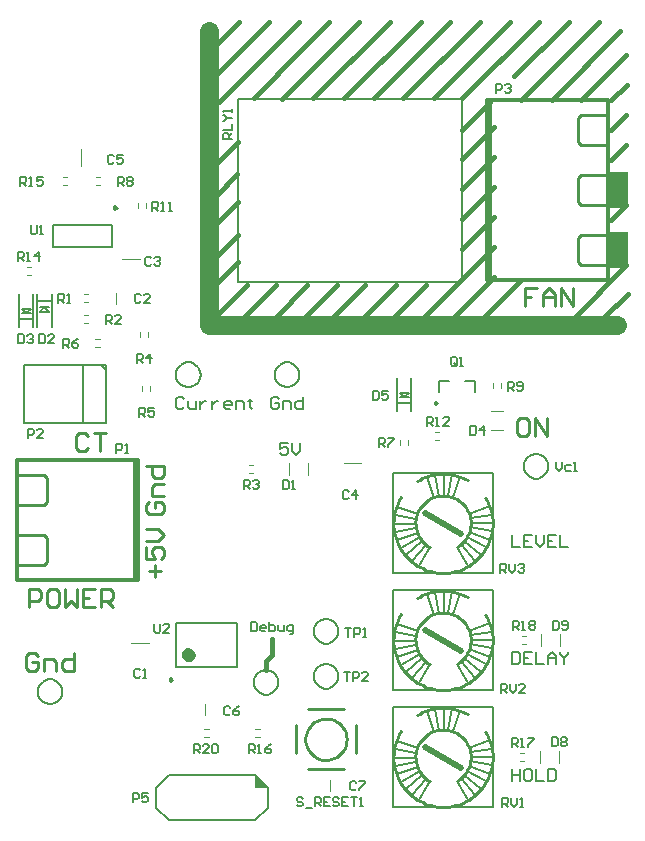
<source format=gto>
G04*
G04 #@! TF.GenerationSoftware,Altium Limited,Altium Designer,21.6.1 (37)*
G04*
G04 Layer_Color=65535*
%FSLAX25Y25*%
%MOIN*%
G70*
G04*
G04 #@! TF.SameCoordinates,52293247-6156-4BB5-AEA0-72ABDA420298*
G04*
G04*
G04 #@! TF.FilePolarity,Positive*
G04*
G01*
G75*
%ADD10C,0.01000*%
%ADD11C,0.00800*%
%ADD12C,0.02362*%
%ADD13C,0.00984*%
%ADD14C,0.02000*%
%ADD15C,0.00500*%
%ADD16C,0.00394*%
%ADD17C,0.01500*%
%ADD18C,0.00787*%
%ADD19C,0.01200*%
%ADD20C,0.06299*%
%ADD21C,0.00600*%
%ADD22R,0.07102X0.12000*%
G36*
X209504Y137780D02*
X205303D01*
Y141980D01*
X209504Y137780D01*
D02*
G37*
D10*
X253881Y195607D02*
X253387Y194737D01*
X252945Y193840D01*
X252559Y192917D01*
X252230Y191973D01*
X251958Y191010D01*
X251745Y190033D01*
X251591Y189045D01*
X251498Y188049D01*
X251465Y187049D01*
X251492Y186049D01*
X251580Y185053D01*
X251727Y184064D01*
X251935Y183086D01*
X252201Y182121D01*
X252524Y181175D01*
X252905Y180250D01*
X253341Y179350D01*
X253830Y178478D01*
X254371Y177637D01*
X254962Y176830D01*
X255601Y176060D01*
X256285Y175330D01*
X257012Y174644D01*
X257779Y174002D01*
X258584Y173408D01*
X259423Y172863D01*
X260293Y172370D01*
X261192Y171931D01*
X262115Y171547D01*
X263060Y171220D01*
X264023Y170950D01*
X265001Y170739D01*
X265990Y170587D01*
X266986Y170496D01*
X267985Y170465D01*
X268985Y170494D01*
X269981Y170584D01*
X270970Y170733D01*
X271948Y170943D01*
X272912Y171211D01*
X273857Y171537D01*
X274781Y171919D01*
X275681Y172357D01*
X276552Y172848D01*
X277392Y173391D01*
X278198Y173984D01*
X278966Y174624D01*
X279694Y175309D01*
X280379Y176038D01*
X281019Y176806D01*
X281612Y177612D01*
X282155Y178452D01*
X282646Y179324D01*
X283083Y180223D01*
X283465Y181147D01*
X283790Y182093D01*
X284058Y183057D01*
X284267Y184035D01*
X284417Y185024D01*
X284506Y186020D01*
X284535Y187020D01*
X284504Y188019D01*
X284412Y189015D01*
X284260Y190004D01*
X284049Y190981D01*
X283779Y191944D01*
X283451Y192889D01*
X283067Y193813D01*
X282627Y194711D01*
X282134Y195581D01*
X272742Y179167D02*
X273573Y179731D01*
X274337Y180382D01*
X275026Y181112D01*
X275631Y181912D01*
X276145Y182774D01*
X276563Y183687D01*
X276878Y184640D01*
X277088Y185621D01*
X277190Y186620D01*
X277182Y187624D01*
X277065Y188620D01*
X276840Y189599D01*
X276510Y190547D01*
X276079Y191453D01*
X275551Y192307D01*
X274934Y193098D01*
X274234Y193817D01*
X273460Y194456D01*
X272620Y195007D01*
X271726Y195463D01*
X270788Y195819D01*
X269816Y196070D01*
X268823Y196214D01*
X267819Y196249D01*
X266819Y196175D01*
X265832Y195992D01*
X264871Y195703D01*
X263947Y195310D01*
X263071Y194819D01*
X262254Y194236D01*
X261506Y193568D01*
X260835Y192821D01*
X260248Y192007D01*
X259755Y191133D01*
X259359Y190210D01*
X259067Y189250D01*
X258880Y188264D01*
X258802Y187263D01*
X258834Y186260D01*
X258975Y185266D01*
X259223Y184293D01*
X259576Y183354D01*
X260029Y182458D01*
X260576Y181617D01*
X261212Y180841D01*
X261929Y180138D01*
X262719Y179518D01*
X263571Y178988D01*
X276276Y201259D02*
X275411Y201728D01*
X274519Y202145D01*
X273604Y202507D01*
X272669Y202815D01*
X271717Y203066D01*
X270752Y203260D01*
X269777Y203396D01*
X268796Y203474D01*
X267811Y203494D01*
X266828Y203455D01*
X265848Y203358D01*
X264877Y203202D01*
X263915Y202989D01*
X262969Y202719D01*
X262040Y202394D01*
X261132Y202013D01*
X260248Y201579D01*
X259392Y201094D01*
X253881Y234607D02*
X253387Y233737D01*
X252945Y232840D01*
X252559Y231917D01*
X252230Y230973D01*
X251958Y230010D01*
X251745Y229033D01*
X251591Y228045D01*
X251498Y227049D01*
X251465Y226049D01*
X251492Y225049D01*
X251580Y224053D01*
X251727Y223064D01*
X251935Y222085D01*
X252201Y221121D01*
X252524Y220175D01*
X252905Y219250D01*
X253341Y218350D01*
X253830Y217478D01*
X254371Y216636D01*
X254962Y215830D01*
X255601Y215060D01*
X256285Y214330D01*
X257012Y213643D01*
X257779Y213002D01*
X258584Y212408D01*
X259423Y211863D01*
X260293Y211370D01*
X261192Y210931D01*
X262115Y210547D01*
X263060Y210220D01*
X264023Y209950D01*
X265001Y209739D01*
X265990Y209587D01*
X266986Y209496D01*
X267985Y209465D01*
X268985Y209494D01*
X269981Y209584D01*
X270970Y209734D01*
X271948Y209943D01*
X272912Y210211D01*
X273857Y210537D01*
X274781Y210919D01*
X275681Y211357D01*
X276552Y211848D01*
X277392Y212391D01*
X278198Y212983D01*
X278966Y213624D01*
X279694Y214309D01*
X280379Y215038D01*
X281019Y215806D01*
X281612Y216612D01*
X282155Y217452D01*
X282646Y218324D01*
X283083Y219223D01*
X283465Y220147D01*
X283791Y221093D01*
X284058Y222057D01*
X284267Y223035D01*
X284417Y224024D01*
X284506Y225020D01*
X284535Y226020D01*
X284504Y227019D01*
X284412Y228015D01*
X284260Y229004D01*
X284049Y229981D01*
X283779Y230944D01*
X283451Y231889D01*
X283067Y232813D01*
X282627Y233711D01*
X282134Y234581D01*
X272742Y218167D02*
X273573Y218731D01*
X274337Y219382D01*
X275026Y220112D01*
X275631Y220912D01*
X276145Y221774D01*
X276563Y222687D01*
X276878Y223640D01*
X277088Y224621D01*
X277190Y225620D01*
X277182Y226624D01*
X277065Y227621D01*
X276840Y228599D01*
X276510Y229547D01*
X276079Y230453D01*
X275551Y231307D01*
X274934Y232098D01*
X274234Y232817D01*
X273460Y233456D01*
X272620Y234007D01*
X271726Y234463D01*
X270788Y234819D01*
X269816Y235070D01*
X268823Y235214D01*
X267819Y235249D01*
X266819Y235175D01*
X265832Y234992D01*
X264871Y234703D01*
X263947Y234310D01*
X263071Y233820D01*
X262254Y233236D01*
X261506Y232568D01*
X260835Y231821D01*
X260248Y231007D01*
X259755Y230133D01*
X259359Y229210D01*
X259067Y228250D01*
X258880Y227264D01*
X258802Y226263D01*
X258834Y225260D01*
X258975Y224266D01*
X259223Y223293D01*
X259576Y222354D01*
X260029Y221458D01*
X260576Y220617D01*
X261213Y219841D01*
X261929Y219138D01*
X262719Y218518D01*
X263571Y217988D01*
X276276Y240259D02*
X275411Y240728D01*
X274519Y241144D01*
X273604Y241507D01*
X272669Y241814D01*
X271717Y242066D01*
X270752Y242260D01*
X269777Y242396D01*
X268796Y242475D01*
X267811Y242494D01*
X266828Y242455D01*
X265848Y242358D01*
X264877Y242202D01*
X263915Y241989D01*
X262969Y241719D01*
X262040Y241394D01*
X261132Y241013D01*
X260248Y240579D01*
X259392Y240094D01*
X253881Y156607D02*
X253387Y155737D01*
X252945Y154840D01*
X252559Y153917D01*
X252230Y152973D01*
X251958Y152010D01*
X251745Y151033D01*
X251591Y150045D01*
X251498Y149049D01*
X251465Y148049D01*
X251492Y147049D01*
X251580Y146053D01*
X251727Y145064D01*
X251935Y144086D01*
X252201Y143121D01*
X252524Y142175D01*
X252905Y141250D01*
X253341Y140350D01*
X253830Y139478D01*
X254371Y138637D01*
X254962Y137830D01*
X255601Y137060D01*
X256285Y136330D01*
X257012Y135643D01*
X257779Y135002D01*
X258584Y134408D01*
X259423Y133863D01*
X260293Y133370D01*
X261192Y132931D01*
X262115Y132547D01*
X263060Y132220D01*
X264023Y131950D01*
X265001Y131739D01*
X265990Y131587D01*
X266986Y131496D01*
X267985Y131465D01*
X268985Y131494D01*
X269981Y131584D01*
X270970Y131734D01*
X271948Y131943D01*
X272912Y132211D01*
X273857Y132537D01*
X274781Y132919D01*
X275681Y133357D01*
X276552Y133848D01*
X277392Y134391D01*
X278198Y134984D01*
X278966Y135624D01*
X279694Y136309D01*
X280379Y137038D01*
X281019Y137806D01*
X281612Y138612D01*
X282155Y139452D01*
X282646Y140324D01*
X283083Y141223D01*
X283465Y142147D01*
X283791Y143093D01*
X284058Y144057D01*
X284267Y145035D01*
X284417Y146024D01*
X284506Y147020D01*
X284535Y148020D01*
X284504Y149019D01*
X284412Y150015D01*
X284260Y151004D01*
X284049Y151981D01*
X283779Y152944D01*
X283451Y153889D01*
X283067Y154813D01*
X282627Y155711D01*
X282134Y156581D01*
X272742Y140167D02*
X273573Y140731D01*
X274337Y141382D01*
X275026Y142112D01*
X275631Y142912D01*
X276145Y143774D01*
X276563Y144687D01*
X276878Y145640D01*
X277088Y146621D01*
X277190Y147620D01*
X277182Y148624D01*
X277065Y149620D01*
X276840Y150599D01*
X276510Y151547D01*
X276079Y152453D01*
X275551Y153307D01*
X274934Y154098D01*
X274234Y154817D01*
X273460Y155456D01*
X272620Y156007D01*
X271726Y156463D01*
X270788Y156819D01*
X269816Y157070D01*
X268823Y157214D01*
X267819Y157249D01*
X266819Y157175D01*
X265832Y156992D01*
X264871Y156703D01*
X263947Y156310D01*
X263071Y155819D01*
X262254Y155236D01*
X261506Y154568D01*
X260835Y153821D01*
X260248Y153006D01*
X259755Y152133D01*
X259359Y151210D01*
X259067Y150250D01*
X258880Y149264D01*
X258802Y148263D01*
X258834Y147260D01*
X258975Y146266D01*
X259223Y145293D01*
X259576Y144354D01*
X260029Y143458D01*
X260576Y142617D01*
X261213Y141841D01*
X261929Y141138D01*
X262719Y140518D01*
X263571Y139988D01*
X276276Y162259D02*
X275411Y162728D01*
X274519Y163145D01*
X273604Y163507D01*
X272669Y163814D01*
X271717Y164066D01*
X270752Y164260D01*
X269777Y164396D01*
X268796Y164474D01*
X267811Y164494D01*
X266828Y164455D01*
X265848Y164358D01*
X264877Y164202D01*
X263915Y163989D01*
X262969Y163719D01*
X262040Y163394D01*
X261132Y163013D01*
X260248Y162579D01*
X259392Y162094D01*
X235890Y154000D02*
X235816Y155003D01*
X235598Y155985D01*
X235238Y156924D01*
X234746Y157801D01*
X234131Y158598D01*
X233407Y159296D01*
X232589Y159881D01*
X231695Y160341D01*
X230743Y160666D01*
X229753Y160848D01*
X228748Y160885D01*
X227749Y160775D01*
X226775Y160521D01*
X225850Y160127D01*
X224991Y159603D01*
X224218Y158960D01*
X223547Y158211D01*
X222992Y157372D01*
X222565Y156461D01*
X222275Y155498D01*
X222129Y154503D01*
Y153497D01*
X222275Y152502D01*
X222565Y151539D01*
X222992Y150628D01*
X223547Y149789D01*
X224218Y149040D01*
X224991Y148397D01*
X225850Y147873D01*
X226775Y147479D01*
X227749Y147225D01*
X228748Y147115D01*
X229754Y147152D01*
X230743Y147334D01*
X231695Y147659D01*
X232589Y148119D01*
X233407Y148704D01*
X234131Y149402D01*
X234746Y150198D01*
X235238Y151076D01*
X235598Y152015D01*
X235816Y152997D01*
X235890Y154000D01*
X314000Y362000D02*
X322898D01*
X313000Y361000D02*
X314000Y362000D01*
X313000Y353000D02*
Y361000D01*
Y353000D02*
X314000Y352000D01*
X323000D01*
X314000Y342000D02*
X322898D01*
X313000Y341000D02*
X314000Y342000D01*
X313000Y333000D02*
Y341000D01*
Y333000D02*
X314000Y332000D01*
X323000D01*
X314000Y312000D02*
X323000D01*
X313000Y313000D02*
X314000Y312000D01*
X313000Y313000D02*
Y321000D01*
X314000Y322000D01*
X322898D01*
X126055Y232000D02*
X134953D01*
X135953Y233000D01*
Y241000D01*
X134953Y242000D02*
X135953Y241000D01*
X125953Y242000D02*
X134953D01*
X125953Y222000D02*
X134953D01*
X135953Y221000D01*
Y213000D02*
Y221000D01*
X134953Y212000D02*
X135953Y213000D01*
X126055Y212000D02*
X134953D01*
X223095Y143961D02*
X234906D01*
X239039Y149276D02*
Y158724D01*
X218961Y149276D02*
Y158724D01*
X223095Y164039D02*
X234906D01*
X295612Y260998D02*
X293612D01*
X292613Y259998D01*
Y256000D01*
X293612Y255000D01*
X295612D01*
X296611Y256000D01*
Y259998D01*
X295612Y260998D01*
X298611Y255000D02*
Y260998D01*
X302609Y255000D01*
Y260998D01*
X172001Y208000D02*
Y211999D01*
X170002Y209999D02*
X174000D01*
X169002Y217997D02*
Y213998D01*
X172001D01*
X171001Y215997D01*
Y216997D01*
X172001Y217997D01*
X174000D01*
X175000Y216997D01*
Y214998D01*
X174000Y213998D01*
X169002Y219996D02*
X173001D01*
X175000Y221995D01*
X173001Y223995D01*
X169002D01*
X170002Y232999D02*
X169002Y231999D01*
Y230000D01*
X170002Y229000D01*
X174000D01*
X175000Y230000D01*
Y231999D01*
X174000Y232999D01*
X172001D01*
Y230999D01*
X175000Y234998D02*
X171001D01*
Y237997D01*
X172001Y238997D01*
X175000D01*
X169002Y244995D02*
X175000D01*
Y241996D01*
X174000Y240996D01*
X172001D01*
X171001Y241996D01*
Y244995D01*
X299386Y304498D02*
X295387D01*
Y301499D01*
X297387D01*
X295387D01*
Y298500D01*
X301385D02*
Y302499D01*
X303385Y304498D01*
X305384Y302499D01*
Y298500D01*
Y301499D01*
X301385D01*
X307383Y298500D02*
Y304498D01*
X311382Y298500D01*
Y304498D01*
X130000Y198000D02*
Y203998D01*
X132999D01*
X133999Y202998D01*
Y200999D01*
X132999Y199999D01*
X130000D01*
X138997Y203998D02*
X136998D01*
X135998Y202998D01*
Y199000D01*
X136998Y198000D01*
X138997D01*
X139997Y199000D01*
Y202998D01*
X138997Y203998D01*
X141996D02*
Y198000D01*
X143995Y199999D01*
X145995Y198000D01*
Y203998D01*
X151993D02*
X147994D01*
Y198000D01*
X151993D01*
X147994Y200999D02*
X149994D01*
X153992Y198000D02*
Y203998D01*
X156991D01*
X157991Y202998D01*
Y200999D01*
X156991Y199999D01*
X153992D01*
X155992D02*
X157991Y198000D01*
X149676Y255046D02*
X148676Y256045D01*
X146677D01*
X145677Y255046D01*
Y251047D01*
X146677Y250047D01*
X148676D01*
X149676Y251047D01*
X151675Y256045D02*
X155674D01*
X153674D01*
Y250047D01*
X133001Y181831D02*
X132002Y182831D01*
X130002D01*
X129003Y181831D01*
Y177832D01*
X130002Y176832D01*
X132002D01*
X133001Y177832D01*
Y179832D01*
X131002D01*
X135001Y176832D02*
Y180831D01*
X138000D01*
X138999Y179832D01*
Y176832D01*
X144997Y182831D02*
Y176832D01*
X141998D01*
X140999Y177832D01*
Y179832D01*
X141998Y180831D01*
X144997D01*
D11*
X233134Y175000D02*
X233014Y175989D01*
X232660Y176921D01*
X232094Y177741D01*
X231348Y178402D01*
X230466Y178865D01*
X229498Y179104D01*
X228502D01*
X227534Y178865D01*
X226652Y178402D01*
X225906Y177741D01*
X225340Y176921D01*
X224986Y175989D01*
X224866Y175000D01*
X224986Y174011D01*
X225340Y173079D01*
X225906Y172259D01*
X226652Y171598D01*
X227534Y171135D01*
X228502Y170896D01*
X229498D01*
X230466Y171135D01*
X231348Y171598D01*
X232094Y172259D01*
X232660Y173079D01*
X233014Y174011D01*
X233134Y175000D01*
Y190000D02*
X233014Y190989D01*
X232660Y191921D01*
X232094Y192741D01*
X231348Y193402D01*
X230466Y193865D01*
X229498Y194104D01*
X228502D01*
X227534Y193865D01*
X226652Y193402D01*
X225906Y192741D01*
X225340Y191921D01*
X224986Y190989D01*
X224866Y190000D01*
X224986Y189011D01*
X225340Y188079D01*
X225906Y187259D01*
X226652Y186598D01*
X227534Y186135D01*
X228502Y185896D01*
X229498D01*
X230466Y186135D01*
X231348Y186598D01*
X232094Y187259D01*
X232660Y188079D01*
X233014Y189011D01*
X233134Y190000D01*
X187280Y275500D02*
X187160Y276489D01*
X186806Y277421D01*
X186240Y278241D01*
X185494Y278902D01*
X184612Y279365D01*
X183644Y279604D01*
X182648D01*
X181680Y279365D01*
X180798Y278902D01*
X180052Y278241D01*
X179485Y277421D01*
X179132Y276489D01*
X179012Y275500D01*
X179132Y274511D01*
X179485Y273579D01*
X180052Y272759D01*
X180798Y272098D01*
X181680Y271635D01*
X182648Y271396D01*
X183644D01*
X184612Y271635D01*
X185494Y272098D01*
X186240Y272759D01*
X186806Y273579D01*
X187160Y274511D01*
X187280Y275500D01*
X303134Y245000D02*
X303014Y245989D01*
X302660Y246921D01*
X302094Y247741D01*
X301348Y248402D01*
X300466Y248865D01*
X299498Y249104D01*
X298502D01*
X297534Y248865D01*
X296652Y248402D01*
X295906Y247741D01*
X295340Y246921D01*
X294986Y245989D01*
X294866Y245000D01*
X294986Y244011D01*
X295340Y243079D01*
X295906Y242259D01*
X296652Y241598D01*
X297534Y241135D01*
X298502Y240896D01*
X299498D01*
X300466Y241135D01*
X301348Y241598D01*
X302094Y242259D01*
X302660Y243079D01*
X303014Y244011D01*
X303134Y245000D01*
X213134Y173000D02*
X213014Y173989D01*
X212660Y174921D01*
X212094Y175741D01*
X211348Y176402D01*
X210466Y176865D01*
X209498Y177104D01*
X208502D01*
X207534Y176865D01*
X206652Y176402D01*
X205906Y175741D01*
X205340Y174921D01*
X204986Y173989D01*
X204866Y173000D01*
X204986Y172011D01*
X205340Y171079D01*
X205906Y170259D01*
X206652Y169598D01*
X207534Y169135D01*
X208502Y168896D01*
X209498D01*
X210466Y169135D01*
X211348Y169598D01*
X212094Y170259D01*
X212660Y171079D01*
X213014Y172011D01*
X213134Y173000D01*
X141134Y169832D02*
X141014Y170821D01*
X140660Y171753D01*
X140094Y172573D01*
X139348Y173234D01*
X138466Y173697D01*
X137498Y173935D01*
X136502D01*
X135534Y173697D01*
X134652Y173234D01*
X133906Y172573D01*
X133340Y171753D01*
X132986Y170821D01*
X132866Y169832D01*
X132986Y168842D01*
X133340Y167910D01*
X133906Y167090D01*
X134652Y166429D01*
X135534Y165966D01*
X136502Y165728D01*
X137498D01*
X138466Y165966D01*
X139348Y166429D01*
X140094Y167090D01*
X140660Y167910D01*
X141014Y168842D01*
X141134Y169832D01*
X220134Y275500D02*
X220014Y276489D01*
X219660Y277421D01*
X219094Y278241D01*
X218348Y278902D01*
X217466Y279365D01*
X216498Y279604D01*
X215502D01*
X214534Y279365D01*
X213652Y278902D01*
X212906Y278241D01*
X212340Y277421D01*
X211986Y276489D01*
X211866Y275500D01*
X211986Y274511D01*
X212340Y273579D01*
X212906Y272759D01*
X213652Y272098D01*
X214534Y271635D01*
X215502Y271396D01*
X216498D01*
X217466Y271635D01*
X218348Y272098D01*
X219094Y272759D01*
X219660Y273579D01*
X220014Y274511D01*
X220134Y275500D01*
X216466Y252799D02*
X213800D01*
Y250799D01*
X215133Y251466D01*
X215799D01*
X216466Y250799D01*
Y249466D01*
X215799Y248800D01*
X214466D01*
X213800Y249466D01*
X217799Y252799D02*
Y250133D01*
X219132Y248800D01*
X220464Y250133D01*
Y252799D01*
X290970Y222183D02*
Y218184D01*
X293636D01*
X297635Y222183D02*
X294969D01*
Y218184D01*
X297635D01*
X294969Y220184D02*
X296302D01*
X298968Y222183D02*
Y219517D01*
X300300Y218184D01*
X301633Y219517D01*
Y222183D01*
X305632D02*
X302966D01*
Y218184D01*
X305632D01*
X302966Y220184D02*
X304299D01*
X306965Y222183D02*
Y218184D01*
X309631D01*
X290970Y183183D02*
Y179184D01*
X292969D01*
X293636Y179851D01*
Y182517D01*
X292969Y183183D01*
X290970D01*
X297635D02*
X294969D01*
Y179184D01*
X297635D01*
X294969Y181184D02*
X296302D01*
X298968Y183183D02*
Y179184D01*
X301633D01*
X302966D02*
Y181850D01*
X304299Y183183D01*
X305632Y181850D01*
Y179184D01*
Y181184D01*
X302966D01*
X306965Y183183D02*
Y182517D01*
X308298Y181184D01*
X309631Y182517D01*
Y183183D01*
X308298Y181184D02*
Y179184D01*
X290970Y144183D02*
Y140184D01*
Y142184D01*
X293636D01*
Y144183D01*
Y140184D01*
X296968Y144183D02*
X295635D01*
X294969Y143517D01*
Y140851D01*
X295635Y140184D01*
X296968D01*
X297635Y140851D01*
Y143517D01*
X296968Y144183D01*
X298968D02*
Y140184D01*
X301633D01*
X302966Y144183D02*
Y140184D01*
X304966D01*
X305632Y140851D01*
Y143517D01*
X304966Y144183D01*
X302966D01*
X181535Y267443D02*
X180869Y268109D01*
X179536D01*
X178870Y267443D01*
Y264777D01*
X179536Y264110D01*
X180869D01*
X181535Y264777D01*
X182868Y266776D02*
Y264777D01*
X183535Y264110D01*
X185534D01*
Y266776D01*
X186867D02*
Y264110D01*
Y265443D01*
X187534Y266110D01*
X188200Y266776D01*
X188866D01*
X190866D02*
Y264110D01*
Y265443D01*
X191532Y266110D01*
X192199Y266776D01*
X192865D01*
X196864Y264110D02*
X195531D01*
X194865Y264777D01*
Y266110D01*
X195531Y266776D01*
X196864D01*
X197530Y266110D01*
Y265443D01*
X194865D01*
X198863Y264110D02*
Y266776D01*
X200863D01*
X201529Y266110D01*
Y264110D01*
X203528Y267443D02*
Y266776D01*
X202862D01*
X204195D01*
X203528D01*
Y264777D01*
X204195Y264110D01*
X213334Y267447D02*
X212668Y268113D01*
X211335D01*
X210668Y267447D01*
Y264781D01*
X211335Y264115D01*
X212668D01*
X213334Y264781D01*
Y266114D01*
X212001D01*
X214667Y264115D02*
Y266781D01*
X216666D01*
X217333Y266114D01*
Y264115D01*
X221332Y268113D02*
Y264115D01*
X219332D01*
X218666Y264781D01*
Y266114D01*
X219332Y266781D01*
X221332D01*
D12*
X184244Y182106D02*
X183799Y183030D01*
X182800Y183258D01*
X181999Y182619D01*
Y181594D01*
X182800Y180955D01*
X183799Y181183D01*
X184244Y182106D01*
D13*
X177650Y173839D02*
X176911Y174265D01*
Y173412D01*
X177650Y173839D01*
X159208Y331161D02*
X158470Y331588D01*
Y330735D01*
X159208Y331161D01*
X266105Y266114D02*
X265367Y266540D01*
Y265688D01*
X266105Y266114D01*
D14*
X262000Y190500D02*
X274000Y183500D01*
X262000Y229500D02*
X274000Y222500D01*
X262000Y151500D02*
X274000Y144500D01*
D15*
X284732Y170268D02*
Y203732D01*
X251268Y170268D02*
X284732D01*
X251268D02*
Y203732D01*
X284732D01*
X277449Y187000D02*
X284732D01*
Y187197D01*
X277111Y188607D02*
X284284Y189871D01*
X276694Y190164D02*
X283538Y192655D01*
X271164Y195694D02*
X273656Y202538D01*
X269607Y196111D02*
X270871Y203284D01*
X268197Y196252D02*
Y203535D01*
X265325Y203087D02*
X266590Y195915D01*
X262541Y202341D02*
X265033Y195497D01*
X252659Y192459D02*
X259503Y189968D01*
X251913Y189674D02*
X259085Y188410D01*
X251661Y186803D02*
X258945Y186803D01*
X251913Y184129D02*
X259085Y185393D01*
X252659Y181345D02*
X259503Y183836D01*
X253877Y178732D02*
X260184Y182374D01*
X255530Y176371D02*
X261109Y181053D01*
X257568Y174333D02*
X262250Y179913D01*
X259929Y172680D02*
X263571Y178988D01*
X272626Y179184D02*
X276268Y172877D01*
X273947Y180109D02*
X278629Y174530D01*
X275087Y181250D02*
X280667Y176568D01*
X276012Y182571D02*
X282320Y178929D01*
X276694Y184032D02*
X283538Y181541D01*
X277111Y185590D02*
X284284Y184326D01*
X277252Y187197D02*
X284535Y187197D01*
X284732Y209268D02*
Y242732D01*
X251268Y209268D02*
X284732D01*
X251268D02*
Y242732D01*
X284732D01*
X277449Y226000D02*
X284732D01*
Y226197D01*
X277111Y227607D02*
X284284Y228871D01*
X276694Y229164D02*
X283538Y231655D01*
X271164Y234694D02*
X273656Y241538D01*
X269607Y235111D02*
X270871Y242284D01*
X268197Y235252D02*
Y242535D01*
X265325Y242087D02*
X266590Y234915D01*
X262541Y241341D02*
X265033Y234497D01*
X252659Y231459D02*
X259503Y228967D01*
X251913Y228675D02*
X259085Y227410D01*
X251661Y225803D02*
X258945Y225803D01*
X251913Y223129D02*
X259085Y224393D01*
X252659Y220345D02*
X259503Y222836D01*
X253877Y217732D02*
X260184Y221374D01*
X255530Y215371D02*
X261109Y220053D01*
X257568Y213333D02*
X262250Y218913D01*
X259929Y211680D02*
X263571Y217987D01*
X272626Y218184D02*
X276268Y211877D01*
X273947Y219109D02*
X278629Y213530D01*
X275087Y220250D02*
X280667Y215568D01*
X276012Y221571D02*
X282320Y217929D01*
X276694Y223032D02*
X283538Y220541D01*
X277111Y224590D02*
X284284Y223325D01*
X277252Y226197D02*
X284535Y226197D01*
X284732Y131268D02*
Y164732D01*
X251268Y131268D02*
X284732D01*
X251268D02*
Y164732D01*
X284732D01*
X277449Y148000D02*
X284732D01*
Y148197D01*
X277111Y149607D02*
X284284Y150871D01*
X276694Y151164D02*
X283538Y153655D01*
X271164Y156694D02*
X273656Y163538D01*
X269607Y157111D02*
X270871Y164284D01*
X268197Y157252D02*
Y164535D01*
X265325Y164087D02*
X266590Y156915D01*
X262541Y163341D02*
X265033Y156497D01*
X252659Y153459D02*
X259503Y150968D01*
X251913Y150674D02*
X259085Y149410D01*
X251661Y147803D02*
X258945Y147803D01*
X251913Y145129D02*
X259085Y146393D01*
X252659Y142345D02*
X259503Y144836D01*
X253877Y139732D02*
X260184Y143374D01*
X255530Y137371D02*
X261109Y142053D01*
X257568Y135333D02*
X262250Y140913D01*
X259929Y133680D02*
X263571Y139988D01*
X272626Y140184D02*
X276268Y133877D01*
X273947Y141109D02*
X278629Y135530D01*
X275087Y142250D02*
X280667Y137568D01*
X276012Y143571D02*
X282320Y139929D01*
X276694Y145033D02*
X283538Y142541D01*
X277111Y146590D02*
X284284Y145326D01*
X277252Y148197D02*
X284535Y148197D01*
X205304Y141980D02*
X209504Y137780D01*
X176697Y127020D02*
X205304D01*
X209504Y131220D02*
Y137780D01*
X205304Y127020D02*
X209504Y131220D01*
X172496D02*
X176696Y127020D01*
X172496Y137780D02*
X176696Y141980D01*
X172496Y131220D02*
Y137780D01*
X176696Y141980D02*
X205303D01*
X253500Y268000D02*
X256500D01*
X253500Y269500D02*
X255000Y268000D01*
X256500Y269500D01*
X253500D02*
X256500D01*
X133500Y298000D02*
X136500D01*
X135000D02*
X136500Y296500D01*
X133500D02*
X135000Y298000D01*
X133500Y296500D02*
X136500D01*
X127500Y296000D02*
X130500D01*
X127500Y297500D02*
X129000Y296000D01*
X130500Y297500D01*
X127500D02*
X130500D01*
X128300Y259400D02*
Y278600D01*
Y259400D02*
X151000D01*
X128300Y278600D02*
X151000D01*
X154133D02*
X155800Y276933D01*
X148100Y259400D02*
Y278600D01*
X148600Y259400D02*
X155800D01*
X148600Y278600D02*
X155800D01*
Y259400D02*
Y278600D01*
X287252Y169501D02*
Y172500D01*
X288752D01*
X289252Y172000D01*
Y171000D01*
X288752Y170500D01*
X287252D01*
X288252D02*
X289252Y169501D01*
X290251Y172500D02*
Y170500D01*
X291251Y169501D01*
X292251Y170500D01*
Y172500D01*
X295250Y169501D02*
X293251D01*
X295250Y171500D01*
Y172000D01*
X294750Y172500D01*
X293750D01*
X293251Y172000D01*
X290970Y151500D02*
Y154499D01*
X292470D01*
X292969Y154000D01*
Y153000D01*
X292470Y152500D01*
X290970D01*
X291970D02*
X292969Y151500D01*
X293969D02*
X294969D01*
X294469D01*
Y154499D01*
X293969Y154000D01*
X296468Y154499D02*
X298468D01*
Y154000D01*
X296468Y152000D01*
Y151500D01*
X304320Y154674D02*
Y151675D01*
X305819D01*
X306319Y152175D01*
Y154174D01*
X305819Y154674D01*
X304320D01*
X307319Y154174D02*
X307819Y154674D01*
X308818D01*
X309318Y154174D01*
Y153674D01*
X308818Y153174D01*
X309318Y152675D01*
Y152175D01*
X308818Y151675D01*
X307819D01*
X307319Y152175D01*
Y152675D01*
X307819Y153174D01*
X307319Y153674D01*
Y154174D01*
X307819Y153174D02*
X308818D01*
X291251Y190500D02*
Y193500D01*
X292751D01*
X293251Y193000D01*
Y192000D01*
X292751Y191500D01*
X291251D01*
X292251D02*
X293251Y190500D01*
X294250D02*
X295250D01*
X294750D01*
Y193500D01*
X294250Y193000D01*
X296749D02*
X297249Y193500D01*
X298249D01*
X298749Y193000D01*
Y192500D01*
X298249Y192000D01*
X298749Y191500D01*
Y191000D01*
X298249Y190500D01*
X297249D01*
X296749Y191000D01*
Y191500D01*
X297249Y192000D01*
X296749Y192500D01*
Y193000D01*
X297249Y192000D02*
X298249D01*
X304501Y193500D02*
Y190500D01*
X306000D01*
X306500Y191000D01*
Y193000D01*
X306000Y193500D01*
X304501D01*
X307500Y191000D02*
X308000Y190500D01*
X308999D01*
X309499Y191000D01*
Y193000D01*
X308999Y193500D01*
X308000D01*
X307500Y193000D01*
Y192500D01*
X308000Y192000D01*
X309499D01*
X234938Y176499D02*
X236938D01*
X235938D01*
Y173501D01*
X237937D02*
Y176499D01*
X239437D01*
X239937Y176000D01*
Y175000D01*
X239437Y174500D01*
X237937D01*
X242936Y173501D02*
X240936D01*
X242936Y175500D01*
Y176000D01*
X242436Y176499D01*
X241436D01*
X240936Y176000D01*
X235438Y191233D02*
X237438D01*
X236438D01*
Y188234D01*
X238437D02*
Y191233D01*
X239937D01*
X240437Y190734D01*
Y189734D01*
X239937Y189234D01*
X238437D01*
X241436Y188234D02*
X242436D01*
X241936D01*
Y191233D01*
X241436Y190734D01*
X184849Y149312D02*
Y152312D01*
X186349D01*
X186849Y151812D01*
Y150812D01*
X186349Y150312D01*
X184849D01*
X185849D02*
X186849Y149312D01*
X189848D02*
X187848D01*
X189848Y151312D01*
Y151812D01*
X189348Y152312D01*
X188348D01*
X187848Y151812D01*
X190847D02*
X191347Y152312D01*
X192347D01*
X192847Y151812D01*
Y149812D01*
X192347Y149312D01*
X191347D01*
X190847Y149812D01*
Y151812D01*
X133359Y289077D02*
Y286078D01*
X134859D01*
X135358Y286578D01*
Y288577D01*
X134859Y289077D01*
X133359D01*
X138357Y286078D02*
X136358D01*
X138357Y288077D01*
Y288577D01*
X137858Y289077D01*
X136858D01*
X136358Y288577D01*
X166812Y261436D02*
Y264435D01*
X168312D01*
X168812Y263935D01*
Y262936D01*
X168312Y262436D01*
X166812D01*
X167812D02*
X168812Y261436D01*
X171810Y264435D02*
X169811D01*
Y262936D01*
X170811Y263436D01*
X171311D01*
X171810Y262936D01*
Y261936D01*
X171311Y261436D01*
X170311D01*
X169811Y261936D01*
X155501Y292500D02*
Y295499D01*
X157000D01*
X157500Y295000D01*
Y294000D01*
X157000Y293500D01*
X155501D01*
X156500D02*
X157500Y292500D01*
X160499D02*
X158500D01*
X160499Y294500D01*
Y295000D01*
X159999Y295499D01*
X159000D01*
X158500Y295000D01*
X165950Y279501D02*
Y282500D01*
X167450D01*
X167949Y282000D01*
Y281000D01*
X167450Y280500D01*
X165950D01*
X166950D02*
X167949Y279501D01*
X170449D02*
Y282500D01*
X168949Y281000D01*
X170949D01*
X129501Y254516D02*
Y257515D01*
X131000D01*
X131500Y257015D01*
Y256016D01*
X131000Y255516D01*
X129501D01*
X134499Y254516D02*
X132500D01*
X134499Y256516D01*
Y257015D01*
X133999Y257515D01*
X133000D01*
X132500Y257015D01*
X126485Y289077D02*
Y286078D01*
X127985D01*
X128485Y286578D01*
Y288577D01*
X127985Y289077D01*
X126485D01*
X129484Y288577D02*
X129984Y289077D01*
X130984D01*
X131484Y288577D01*
Y288077D01*
X130984Y287577D01*
X130484D01*
X130984D01*
X131484Y287078D01*
Y286578D01*
X130984Y286078D01*
X129984D01*
X129484Y286578D01*
X171773Y192437D02*
Y189937D01*
X172272Y189437D01*
X173272D01*
X173772Y189937D01*
Y192437D01*
X176771Y189437D02*
X174771D01*
X176771Y191437D01*
Y191937D01*
X176271Y192437D01*
X175271D01*
X174771Y191937D01*
X139741Y299500D02*
Y302500D01*
X141240D01*
X141740Y302000D01*
Y301000D01*
X141240Y300500D01*
X139741D01*
X140741D02*
X141740Y299500D01*
X142740D02*
X143739D01*
X143240D01*
Y302500D01*
X142740Y302000D01*
X158216Y348271D02*
X157717Y348771D01*
X156717D01*
X156217Y348271D01*
Y346272D01*
X156717Y345772D01*
X157717D01*
X158216Y346272D01*
X161215Y348771D02*
X159216D01*
Y347272D01*
X160216Y347772D01*
X160715D01*
X161215Y347272D01*
Y346272D01*
X160715Y345772D01*
X159716D01*
X159216Y346272D01*
X130654Y325342D02*
Y322843D01*
X131154Y322343D01*
X132153D01*
X132653Y322843D01*
Y325342D01*
X133653Y322343D02*
X134652D01*
X134153D01*
Y325342D01*
X133653Y324842D01*
X171023Y330162D02*
Y333161D01*
X172522D01*
X173022Y332661D01*
Y331661D01*
X172522Y331162D01*
X171023D01*
X172022D02*
X173022Y330162D01*
X174022D02*
X175021D01*
X174522D01*
Y333161D01*
X174022Y332661D01*
X176521Y330162D02*
X177521D01*
X177021D01*
Y333161D01*
X176521Y332661D01*
X127075Y338500D02*
Y341499D01*
X128575D01*
X129074Y341000D01*
Y340000D01*
X128575Y339500D01*
X127075D01*
X128075D02*
X129074Y338500D01*
X130074D02*
X131074D01*
X130574D01*
Y341499D01*
X130074Y341000D01*
X134573Y341499D02*
X132573D01*
Y340000D01*
X133573Y340500D01*
X134073D01*
X134573Y340000D01*
Y339000D01*
X134073Y338500D01*
X133073D01*
X132573Y339000D01*
X126251Y313500D02*
Y316499D01*
X127751D01*
X128251Y316000D01*
Y315000D01*
X127751Y314500D01*
X126251D01*
X127251D02*
X128251Y313500D01*
X129250D02*
X130250D01*
X129750D01*
Y316499D01*
X129250Y316000D01*
X133249Y313500D02*
Y316499D01*
X131749Y315000D01*
X133749D01*
X159501Y338500D02*
Y341499D01*
X161000D01*
X161500Y341000D01*
Y340000D01*
X161000Y339500D01*
X159501D01*
X160501D02*
X161500Y338500D01*
X162500Y341000D02*
X163000Y341499D01*
X163999D01*
X164499Y341000D01*
Y340500D01*
X163999Y340000D01*
X164499Y339500D01*
Y339000D01*
X163999Y338500D01*
X163000D01*
X162500Y339000D01*
Y339500D01*
X163000Y340000D01*
X162500Y340500D01*
Y341000D01*
X163000Y340000D02*
X163999D01*
X170772Y314319D02*
X170272Y314818D01*
X169272D01*
X168772Y314319D01*
Y312319D01*
X169272Y311819D01*
X170272D01*
X170772Y312319D01*
X171772Y314319D02*
X172271Y314818D01*
X173271D01*
X173771Y314319D01*
Y313819D01*
X173271Y313319D01*
X172771D01*
X173271D01*
X173771Y312819D01*
Y312319D01*
X173271Y311819D01*
X172271D01*
X171772Y312319D01*
X167210Y302000D02*
X166710Y302500D01*
X165711D01*
X165211Y302000D01*
Y300000D01*
X165711Y299500D01*
X166710D01*
X167210Y300000D01*
X170209Y299500D02*
X168210D01*
X170209Y301500D01*
Y302000D01*
X169709Y302500D01*
X168710D01*
X168210Y302000D01*
X305501Y246499D02*
Y244500D01*
X306501Y243500D01*
X307501Y244500D01*
Y246499D01*
X310500Y245500D02*
X309000D01*
X308500Y245000D01*
Y244000D01*
X309000Y243500D01*
X310500D01*
X311499D02*
X312499D01*
X311999D01*
Y246499D01*
X311499Y246000D01*
X204148Y192936D02*
Y189937D01*
X205647D01*
X206147Y190437D01*
Y192437D01*
X205647Y192936D01*
X204148D01*
X208646Y189937D02*
X207647D01*
X207147Y190437D01*
Y191437D01*
X207647Y191937D01*
X208646D01*
X209146Y191437D01*
Y190937D01*
X207147D01*
X210146Y192936D02*
Y189937D01*
X211646D01*
X212145Y190437D01*
Y190937D01*
Y191437D01*
X211646Y191937D01*
X210146D01*
X213145D02*
Y190437D01*
X213645Y189937D01*
X215144D01*
Y191937D01*
X217144Y188938D02*
X217644D01*
X218143Y189437D01*
Y191937D01*
X216644D01*
X216144Y191437D01*
Y190437D01*
X216644Y189937D01*
X218143D01*
X262570Y258501D02*
Y261500D01*
X264070D01*
X264569Y261000D01*
Y260000D01*
X264070Y259500D01*
X262570D01*
X263570D02*
X264569Y258501D01*
X265569D02*
X266569D01*
X266069D01*
Y261500D01*
X265569Y261000D01*
X270068Y258501D02*
X268068D01*
X270068Y260500D01*
Y261000D01*
X269568Y261500D01*
X268568D01*
X268068Y261000D01*
X246501Y251501D02*
Y254500D01*
X248000D01*
X248500Y254000D01*
Y253000D01*
X248000Y252500D01*
X246501D01*
X247500D02*
X248500Y251501D01*
X249500Y254500D02*
X251499D01*
Y254000D01*
X249500Y252000D01*
Y251501D01*
X164501Y133001D02*
Y136000D01*
X166000D01*
X166500Y135500D01*
Y134500D01*
X166000Y134000D01*
X164501D01*
X169499Y136000D02*
X167500D01*
Y134500D01*
X168500Y135000D01*
X168999D01*
X169499Y134500D01*
Y133500D01*
X168999Y133001D01*
X168000D01*
X167500Y133500D01*
X167000Y177000D02*
X166500Y177499D01*
X165500D01*
X165001Y177000D01*
Y175000D01*
X165500Y174501D01*
X166500D01*
X167000Y175000D01*
X168000Y174501D02*
X168999D01*
X168500D01*
Y177499D01*
X168000Y177000D01*
X197001Y164543D02*
X196501Y165043D01*
X195501D01*
X195002Y164543D01*
Y162544D01*
X195501Y162044D01*
X196501D01*
X197001Y162544D01*
X200000Y165043D02*
X199000Y164543D01*
X198001Y163543D01*
Y162544D01*
X198501Y162044D01*
X199500D01*
X200000Y162544D01*
Y163044D01*
X199500Y163543D01*
X198001D01*
X236500Y236510D02*
X236000Y237010D01*
X235001D01*
X234501Y236510D01*
Y234511D01*
X235001Y234011D01*
X236000D01*
X236500Y234511D01*
X238999Y234011D02*
Y237010D01*
X237500Y235510D01*
X239499D01*
X239001Y139582D02*
X238502Y140082D01*
X237502D01*
X237002Y139582D01*
Y137583D01*
X237502Y137083D01*
X238502D01*
X239001Y137583D01*
X240001Y140082D02*
X242000D01*
Y139582D01*
X240001Y137583D01*
Y137083D01*
X197500Y354002D02*
X194501D01*
Y355501D01*
X195000Y356001D01*
X196000D01*
X196500Y355501D01*
Y354002D01*
Y355001D02*
X197500Y356001D01*
X194501Y357001D02*
X197500D01*
Y359000D01*
X194501Y360000D02*
X195000D01*
X196000Y360999D01*
X195000Y361999D01*
X194501D01*
X196000Y360999D02*
X197500D01*
Y362999D02*
Y363998D01*
Y363498D01*
X194501D01*
X195000Y362999D01*
X285501Y369500D02*
Y372499D01*
X287000D01*
X287500Y372000D01*
Y371000D01*
X287000Y370500D01*
X285501D01*
X288500Y372000D02*
X289000Y372499D01*
X289999D01*
X290499Y372000D01*
Y371500D01*
X289999Y371000D01*
X289499D01*
X289999D01*
X290499Y370500D01*
Y370000D01*
X289999Y369500D01*
X289000D01*
X288500Y370000D01*
X287752Y131501D02*
Y134500D01*
X289252D01*
X289752Y134000D01*
Y133001D01*
X289252Y132501D01*
X287752D01*
X288752D02*
X289752Y131501D01*
X290751Y134500D02*
Y132501D01*
X291751Y131501D01*
X292751Y132501D01*
Y134500D01*
X293750Y131501D02*
X294750D01*
X294250D01*
Y134500D01*
X293750Y134000D01*
X244501Y270114D02*
Y267115D01*
X246000D01*
X246500Y267615D01*
Y269614D01*
X246000Y270114D01*
X244501D01*
X249499D02*
X247500D01*
Y268614D01*
X248499Y269114D01*
X248999D01*
X249499Y268614D01*
Y267615D01*
X248999Y267115D01*
X248000D01*
X247500Y267615D01*
X287001Y209501D02*
Y212499D01*
X288501D01*
X289001Y212000D01*
Y211000D01*
X288501Y210500D01*
X287001D01*
X288001D02*
X289001Y209501D01*
X290000Y212499D02*
Y210500D01*
X291000Y209501D01*
X292000Y210500D01*
Y212499D01*
X292999Y212000D02*
X293499Y212499D01*
X294499D01*
X294999Y212000D01*
Y211500D01*
X294499Y211000D01*
X293999D01*
X294499D01*
X294999Y210500D01*
Y210000D01*
X294499Y209501D01*
X293499D01*
X292999Y210000D01*
X141409Y284501D02*
Y287499D01*
X142909D01*
X143409Y287000D01*
Y286000D01*
X142909Y285500D01*
X141409D01*
X142409D02*
X143409Y284501D01*
X146408Y287499D02*
X145408Y287000D01*
X144408Y286000D01*
Y285000D01*
X144908Y284501D01*
X145908D01*
X146408Y285000D01*
Y285500D01*
X145908Y286000D01*
X144408D01*
X289501Y270201D02*
Y273200D01*
X291000D01*
X291500Y272701D01*
Y271701D01*
X291000Y271201D01*
X289501D01*
X290500D02*
X291500Y270201D01*
X292500Y270701D02*
X293000Y270201D01*
X293999D01*
X294499Y270701D01*
Y272701D01*
X293999Y273200D01*
X293000D01*
X292500Y272701D01*
Y272201D01*
X293000Y271701D01*
X294499D01*
X277113Y258500D02*
Y255501D01*
X278613D01*
X279113Y256000D01*
Y258000D01*
X278613Y258500D01*
X277113D01*
X281612Y255501D02*
Y258500D01*
X280112Y257000D01*
X282112D01*
X159001Y249500D02*
Y252500D01*
X160500D01*
X161000Y252000D01*
Y251000D01*
X160500Y250500D01*
X159001D01*
X162000Y249500D02*
X162999D01*
X162499D01*
Y252500D01*
X162000Y252000D01*
X272613Y279000D02*
Y281000D01*
X272113Y281500D01*
X271113D01*
X270613Y281000D01*
Y279000D01*
X271113Y278501D01*
X272113D01*
X271613Y279500D02*
X272613Y278501D01*
X272113D02*
X272613Y279000D01*
X273612Y278501D02*
X274612D01*
X274112D01*
Y281500D01*
X273612Y281000D01*
X221310Y134250D02*
X220810Y134750D01*
X219811D01*
X219311Y134250D01*
Y133750D01*
X219811Y133250D01*
X220810D01*
X221310Y132751D01*
Y132251D01*
X220810Y131751D01*
X219811D01*
X219311Y132251D01*
X222310Y131251D02*
X224309D01*
X225309Y131751D02*
Y134750D01*
X226808D01*
X227308Y134250D01*
Y133250D01*
X226808Y132751D01*
X225309D01*
X226308D02*
X227308Y131751D01*
X230307Y134750D02*
X228308D01*
Y131751D01*
X230307D01*
X228308Y133250D02*
X229307D01*
X233306Y134250D02*
X232806Y134750D01*
X231807D01*
X231307Y134250D01*
Y133750D01*
X231807Y133250D01*
X232806D01*
X233306Y132751D01*
Y132251D01*
X232806Y131751D01*
X231807D01*
X231307Y132251D01*
X236305Y134750D02*
X234306D01*
Y131751D01*
X236305D01*
X234306Y133250D02*
X235306D01*
X237305Y134750D02*
X239304D01*
X238304D01*
Y131751D01*
X240304D02*
X241303D01*
X240804D01*
Y134750D01*
X240304Y134250D01*
X203204Y149312D02*
Y152312D01*
X204703D01*
X205203Y151812D01*
Y150812D01*
X204703Y150312D01*
X203204D01*
X204204D02*
X205203Y149312D01*
X206203D02*
X207203D01*
X206703D01*
Y152312D01*
X206203Y151812D01*
X210701Y152312D02*
X209702Y151812D01*
X208702Y150812D01*
Y149812D01*
X209202Y149312D01*
X210202D01*
X210701Y149812D01*
Y150312D01*
X210202Y150812D01*
X208702D01*
D16*
X293531Y149378D02*
X295106D01*
X293531Y146622D02*
X295106D01*
X300421Y146031D02*
Y149969D01*
X306819Y146031D02*
Y149969D01*
X294213Y188378D02*
X295787D01*
X294213Y185622D02*
X295787D01*
X300602Y185031D02*
Y188969D01*
X307000Y185031D02*
Y188969D01*
X147472Y344925D02*
Y350831D01*
X188484Y154681D02*
X190059D01*
X188484Y157437D02*
X190059D01*
X170378Y270213D02*
Y271787D01*
X167622Y270213D02*
Y271787D01*
X148213Y292622D02*
X149787D01*
X148213Y295378D02*
X149787D01*
X166850Y288018D02*
Y289593D01*
X169606Y288018D02*
Y289593D01*
X234832Y246000D02*
X240737D01*
X166350Y331213D02*
Y332787D01*
X169106Y331213D02*
Y332787D01*
X148213Y299622D02*
X149787D01*
X148213Y302378D02*
X149787D01*
X141213Y338622D02*
X142787D01*
X141213Y341378D02*
X142787D01*
X129213Y308622D02*
X130787D01*
X129213Y311378D02*
X130787D01*
X152213Y338622D02*
X153787D01*
X152213Y341378D02*
X153787D01*
X161047Y314000D02*
X166953D01*
X159000Y299100D02*
Y302900D01*
X164047Y186000D02*
X169953D01*
X188776Y161950D02*
Y165750D01*
X265213Y253622D02*
X266787D01*
X265213Y256378D02*
X266787D01*
X256441Y252213D02*
Y253787D01*
X253685Y252213D02*
Y253787D01*
X230307Y136682D02*
Y140482D01*
X284032Y257000D02*
X287968D01*
X284032Y263398D02*
X287968D01*
X287378Y271213D02*
Y272787D01*
X284622Y271213D02*
Y272787D01*
X152121Y284622D02*
X153696D01*
X152121Y287378D02*
X153696D01*
X205397Y154681D02*
X206972D01*
X205397Y157437D02*
X206972D01*
X203213Y242622D02*
X204787D01*
X203213Y245378D02*
X204787D01*
X216653Y242032D02*
Y245969D01*
X223051Y242032D02*
Y245969D01*
D17*
X211146Y185646D02*
Y187501D01*
Y182146D02*
Y185646D01*
X209000Y180000D02*
X211146Y182146D01*
X209000Y177134D02*
Y180000D01*
X282000Y295000D02*
X294146Y307146D01*
X211884Y294584D02*
X222600Y305300D01*
X201537Y294772D02*
X212253Y305488D01*
X191984Y294772D02*
X202700Y305488D01*
X192521Y305922D02*
X199598Y313000D01*
X192521Y314922D02*
X199598Y322000D01*
X266189Y369134D02*
X276905Y379850D01*
X316130Y379130D02*
X322000Y385000D01*
X317130Y370130D02*
X322000Y375000D01*
X324130Y327130D02*
X329000Y332000D01*
X324130Y347130D02*
X329000Y352000D01*
X324130Y357130D02*
X329000Y362000D01*
X324130Y367130D02*
X329250Y372250D01*
X314000Y367000D02*
X329000Y382000D01*
X304199Y367199D02*
X327000Y390000D01*
X294000Y367000D02*
X320000Y393000D01*
X274386Y327284D02*
X285102Y338000D01*
X274386Y337284D02*
X285102Y348000D01*
X274386Y347284D02*
X285102Y358000D01*
X291725Y374925D02*
X310000Y393200D01*
X274189Y357134D02*
X283526Y366470D01*
X274386Y317284D02*
X285102Y328000D01*
X251605Y294772D02*
X262321Y305488D01*
X241776Y294772D02*
X252492Y305488D01*
X231284Y294772D02*
X242000Y305488D01*
X221984Y294772D02*
X232700Y305488D01*
X192521Y325922D02*
X199598Y333000D01*
X192521Y345922D02*
X199598Y353000D01*
X274450Y367650D02*
X300000Y393200D01*
X264850Y367650D02*
X290400Y393200D01*
X254750Y367650D02*
X280300Y393200D01*
X244850Y367650D02*
X270400Y393200D01*
X234950Y367650D02*
X260500Y393200D01*
X214450Y367450D02*
X240000Y393000D01*
X224650Y367650D02*
X250200Y393200D01*
X204850Y367850D02*
X220657Y383657D01*
X230000Y393000D01*
X192314Y385314D02*
X200000Y393000D01*
X191650Y374650D02*
X210000Y393000D01*
X193256Y366256D02*
X220000Y393000D01*
X192221Y335222D02*
X199299Y342299D01*
X321825Y294825D02*
X329500Y302500D01*
X310912Y293913D02*
X329000Y312000D01*
X271701Y294701D02*
X285000Y308000D01*
X261771Y294771D02*
X285000Y318000D01*
D18*
X252499Y265990D02*
X257347D01*
X252499Y263507D02*
Y274530D01*
X257347Y263478D02*
Y274502D01*
X132653Y300010D02*
X137501D01*
Y291470D02*
Y302493D01*
X132653Y291498D02*
Y302522D01*
X126499Y293990D02*
X131347D01*
X126499Y291507D02*
Y302530D01*
X131347Y291478D02*
Y302502D01*
X199205Y178169D02*
Y192736D01*
X179126Y178169D02*
Y192736D01*
X199205D01*
X179126Y178169D02*
X199205D01*
X138027Y325256D02*
X157712D01*
X138027Y318169D02*
X157712D01*
Y325256D01*
X138027Y318169D02*
Y325256D01*
X199598Y306488D02*
Y367512D01*
X274402D01*
Y306488D02*
Y367512D01*
X199598Y306488D02*
X274402D01*
X275368Y273299D02*
X278518D01*
Y269756D02*
Y273299D01*
X266707D02*
X269857D01*
X266707Y269756D02*
Y273299D01*
D19*
X282740Y367000D02*
X322898D01*
X283740Y347000D02*
Y367000D01*
X282740Y347000D02*
Y367000D01*
X322898Y347000D02*
Y367000D01*
Y307000D02*
Y347000D01*
X282740Y307000D02*
X322898D01*
X282740D02*
Y347000D01*
X283740Y307000D02*
Y347000D01*
X165213Y207000D02*
Y247000D01*
X166213Y207000D02*
Y247000D01*
X126055D02*
X166213D01*
X126055Y207000D02*
Y247000D01*
Y207000D02*
X166213D01*
D20*
X190000Y292000D02*
X326000D01*
X190000D02*
Y390000D01*
D21*
X201643Y237501D02*
Y240499D01*
X203142D01*
X203642Y240000D01*
Y239000D01*
X203142Y238500D01*
X201643D01*
X202642D02*
X203642Y237501D01*
X204642Y240000D02*
X205142Y240499D01*
X206141D01*
X206641Y240000D01*
Y239500D01*
X206141Y239000D01*
X205641D01*
X206141D01*
X206641Y238500D01*
Y238000D01*
X206141Y237501D01*
X205142D01*
X204642Y238000D01*
X214654Y240295D02*
Y237296D01*
X216154D01*
X216653Y237796D01*
Y239795D01*
X216154Y240295D01*
X214654D01*
X217653Y237296D02*
X218653D01*
X218153D01*
Y240295D01*
X217653Y239795D01*
D22*
X326449Y317000D02*
D03*
Y337000D02*
D03*
M02*

</source>
